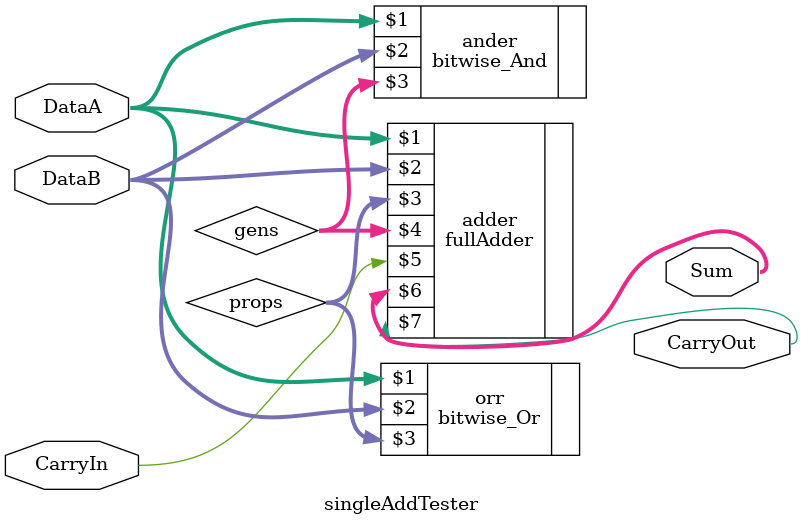
<source format=v>
module singleAddTester(DataA,DataB,CarryIn,Sum,CarryOut);

input [31:0] DataA, DataB;
input CarryIn;
output [31:0] Sum;
output CarryOut;
wire [31:0] props, gens;

bitwise_And ander(DataA,DataB,gens);
bitwise_Or orr(DataA,DataB,props);

fullAdder adder(DataA, DataB, props, gens, CarryIn, Sum, CarryOut);

endmodule
</source>
